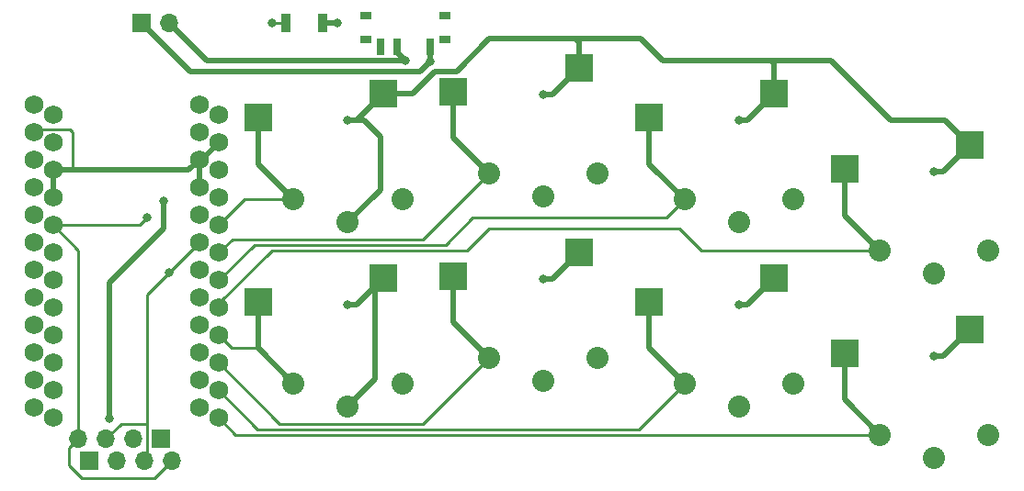
<source format=gbr>
%TF.GenerationSoftware,KiCad,Pcbnew,5.1.8*%
%TF.CreationDate,2021-03-07T13:16:49-06:00*%
%TF.ProjectId,small-paintbrush-hotswap,736d616c-6c2d-4706-9169-6e7462727573,rev?*%
%TF.SameCoordinates,Original*%
%TF.FileFunction,Copper,L1,Top*%
%TF.FilePolarity,Positive*%
%FSLAX46Y46*%
G04 Gerber Fmt 4.6, Leading zero omitted, Abs format (unit mm)*
G04 Created by KiCad (PCBNEW 5.1.8) date 2021-03-07 13:16:49*
%MOMM*%
%LPD*%
G01*
G04 APERTURE LIST*
%TA.AperFunction,SMDPad,CuDef*%
%ADD10R,1.000000X0.800000*%
%TD*%
%TA.AperFunction,SMDPad,CuDef*%
%ADD11R,0.700000X1.500000*%
%TD*%
%TA.AperFunction,ComponentPad*%
%ADD12C,1.752600*%
%TD*%
%TA.AperFunction,SMDPad,CuDef*%
%ADD13R,2.600000X2.600000*%
%TD*%
%TA.AperFunction,ComponentPad*%
%ADD14C,2.032000*%
%TD*%
%TA.AperFunction,ComponentPad*%
%ADD15O,1.700000X1.700000*%
%TD*%
%TA.AperFunction,ComponentPad*%
%ADD16R,1.700000X1.700000*%
%TD*%
%TA.AperFunction,SMDPad,CuDef*%
%ADD17R,0.900000X1.700000*%
%TD*%
%TA.AperFunction,ViaPad*%
%ADD18C,0.800000*%
%TD*%
%TA.AperFunction,Conductor*%
%ADD19C,0.508000*%
%TD*%
%TA.AperFunction,Conductor*%
%ADD20C,0.254000*%
%TD*%
G04 APERTURE END LIST*
D10*
%TO.P,SW2,*%
%TO.N,*%
X114851737Y-22679425D03*
X107551737Y-22679425D03*
X107551737Y-20469425D03*
X114851737Y-20469425D03*
D11*
%TO.P,SW2,3*%
%TO.N,Net-(SW2-Pad3)*%
X108951737Y-23329425D03*
%TO.P,SW2,2*%
%TO.N,Net-(J1-Pad2)*%
X110451737Y-23329425D03*
%TO.P,SW2,1*%
%TO.N,Net-(J1-Pad1)*%
X113451737Y-23329425D03*
%TD*%
D12*
%TO.P,U2,1*%
%TO.N,Net-(U2-Pad1)*%
X92221739Y-28629424D03*
%TO.P,U2,2*%
%TO.N,Net-(U2-Pad2)*%
X92221739Y-31169424D03*
%TO.P,U2,3*%
%TO.N,GND*%
X92221739Y-33709424D03*
%TO.P,U2,4*%
X92221739Y-36249424D03*
%TO.P,U2,5*%
%TO.N,SDA*%
X92221739Y-38789424D03*
%TO.P,U2,6*%
%TO.N,SCL*%
X92221739Y-41329424D03*
%TO.P,U2,7*%
%TO.N,Net-(U2-Pad7)*%
X92221739Y-43869424D03*
%TO.P,U2,8*%
%TO.N,Net-(U2-Pad8)*%
X92221739Y-46409424D03*
%TO.P,U2,9*%
%TO.N,Net-(U2-Pad9)*%
X92221739Y-48949424D03*
%TO.P,U2,10*%
%TO.N,Net-(U2-Pad10)*%
X92221739Y-51489424D03*
%TO.P,U2,11*%
%TO.N,Net-(U2-Pad11)*%
X92221739Y-54029424D03*
%TO.P,U2,13*%
%TO.N,R2C4*%
X76981739Y-56569424D03*
%TO.P,U2,14*%
%TO.N,R2C3*%
X76981739Y-54029424D03*
%TO.P,U2,15*%
%TO.N,R2C2*%
X76981739Y-51489424D03*
%TO.P,U2,16*%
%TO.N,R2C1*%
X76981739Y-48949424D03*
%TO.P,U2,17*%
%TO.N,R1C4*%
X76981739Y-46409424D03*
%TO.P,U2,18*%
%TO.N,R1C3*%
X76981739Y-43869424D03*
%TO.P,U2,19*%
%TO.N,R1C2*%
X76981739Y-41329424D03*
%TO.P,U2,20*%
%TO.N,R1C1*%
X76981739Y-38789424D03*
%TO.P,U2,21*%
%TO.N,VCC*%
X76981739Y-36249424D03*
%TO.P,U2,22*%
%TO.N,RST*%
X76981739Y-33709424D03*
%TO.P,U2,23*%
%TO.N,GND*%
X76981739Y-31169424D03*
%TO.P,U2,12*%
%TO.N,Net-(U2-Pad12)*%
X92221739Y-56569424D03*
%TO.P,U2,24*%
%TO.N,Net-(U2-Pad24)*%
X76981739Y-28629424D03*
%TD*%
D13*
%TO.P,KEY3,1*%
%TO.N,GND*%
X145176739Y-27649426D03*
D14*
%TO.P,KEY3,2*%
%TO.N,R1C3*%
X146901739Y-37399426D03*
%TO.P,KEY3,1*%
%TO.N,GND*%
X141901739Y-39499426D03*
D13*
%TO.P,KEY3,2*%
%TO.N,R1C3*%
X133626739Y-29849426D03*
D14*
X136901739Y-37399426D03*
%TD*%
D13*
%TO.P,KEY8,1*%
%TO.N,GND*%
X163176739Y-49399423D03*
D14*
%TO.P,KEY8,2*%
%TO.N,R2C4*%
X164901739Y-59149423D03*
%TO.P,KEY8,1*%
%TO.N,GND*%
X159901739Y-61249423D03*
D13*
%TO.P,KEY8,2*%
%TO.N,R2C4*%
X151626739Y-51599423D03*
D14*
X154901739Y-59149423D03*
%TD*%
D13*
%TO.P,KEY7,1*%
%TO.N,GND*%
X145176739Y-44649426D03*
D14*
%TO.P,KEY7,2*%
%TO.N,R2C3*%
X146901739Y-54399426D03*
%TO.P,KEY7,1*%
%TO.N,GND*%
X141901739Y-56499426D03*
D13*
%TO.P,KEY7,2*%
%TO.N,R2C3*%
X133626739Y-46849426D03*
D14*
X136901739Y-54399426D03*
%TD*%
%TO.P,KEY6,2*%
%TO.N,R2C2*%
X118901739Y-52019424D03*
D13*
X115626739Y-44469424D03*
D14*
%TO.P,KEY6,1*%
%TO.N,GND*%
X123901739Y-54119424D03*
%TO.P,KEY6,2*%
%TO.N,R2C2*%
X128901739Y-52019424D03*
D13*
%TO.P,KEY6,1*%
%TO.N,GND*%
X127176739Y-42269424D03*
%TD*%
%TO.P,KEY5,1*%
%TO.N,GND*%
X109176736Y-44649424D03*
D14*
%TO.P,KEY5,2*%
%TO.N,R2C1*%
X110901736Y-54399424D03*
%TO.P,KEY5,1*%
%TO.N,GND*%
X105901736Y-56499424D03*
D13*
%TO.P,KEY5,2*%
%TO.N,R2C1*%
X97626736Y-46849424D03*
D14*
X100901736Y-54399424D03*
%TD*%
D13*
%TO.P,KEY4,1*%
%TO.N,GND*%
X163176737Y-32399424D03*
D14*
%TO.P,KEY4,2*%
%TO.N,R1C4*%
X164901737Y-42149424D03*
%TO.P,KEY4,1*%
%TO.N,GND*%
X159901737Y-44249424D03*
D13*
%TO.P,KEY4,2*%
%TO.N,R1C4*%
X151626737Y-34599424D03*
D14*
X154901737Y-42149424D03*
%TD*%
%TO.P,KEY2,2*%
%TO.N,R1C2*%
X118901737Y-35019424D03*
D13*
X115626737Y-27469424D03*
D14*
%TO.P,KEY2,1*%
%TO.N,GND*%
X123901737Y-37119424D03*
%TO.P,KEY2,2*%
%TO.N,R1C2*%
X128901737Y-35019424D03*
D13*
%TO.P,KEY2,1*%
%TO.N,GND*%
X127176737Y-25269424D03*
%TD*%
%TO.P,KEY1,1*%
%TO.N,GND*%
X109176737Y-27649424D03*
D14*
%TO.P,KEY1,2*%
%TO.N,R1C1*%
X110901737Y-37399424D03*
%TO.P,KEY1,1*%
%TO.N,GND*%
X105901737Y-39499424D03*
D13*
%TO.P,KEY1,2*%
%TO.N,R1C1*%
X97626737Y-29849424D03*
D14*
X100901737Y-37399424D03*
%TD*%
D12*
%TO.P,U1,24*%
%TO.N,Net-(U1-Pad24)*%
X94021737Y-29629424D03*
%TO.P,U1,12*%
%TO.N,Net-(U1-Pad12)*%
X78781737Y-57569424D03*
%TO.P,U1,23*%
%TO.N,GND*%
X94021737Y-32169424D03*
%TO.P,U1,22*%
%TO.N,RST*%
X94021737Y-34709424D03*
%TO.P,U1,21*%
%TO.N,VCC*%
X94021737Y-37249424D03*
%TO.P,U1,20*%
%TO.N,R1C1*%
X94021737Y-39789424D03*
%TO.P,U1,19*%
%TO.N,R1C2*%
X94021737Y-42329424D03*
%TO.P,U1,18*%
%TO.N,R1C3*%
X94021737Y-44869424D03*
%TO.P,U1,17*%
%TO.N,R1C4*%
X94021737Y-47409424D03*
%TO.P,U1,16*%
%TO.N,R2C1*%
X94021737Y-49949424D03*
%TO.P,U1,15*%
%TO.N,R2C2*%
X94021737Y-52489424D03*
%TO.P,U1,14*%
%TO.N,R2C3*%
X94021737Y-55029424D03*
%TO.P,U1,13*%
%TO.N,R2C4*%
X94021737Y-57569424D03*
%TO.P,U1,11*%
%TO.N,Net-(U1-Pad11)*%
X78781737Y-55029424D03*
%TO.P,U1,10*%
%TO.N,Net-(U1-Pad10)*%
X78781737Y-52489424D03*
%TO.P,U1,9*%
%TO.N,Net-(U1-Pad9)*%
X78781737Y-49949424D03*
%TO.P,U1,8*%
%TO.N,Net-(U1-Pad8)*%
X78781737Y-47409424D03*
%TO.P,U1,7*%
%TO.N,Net-(U1-Pad7)*%
X78781737Y-44869424D03*
%TO.P,U1,6*%
%TO.N,SCL*%
X78781737Y-42329424D03*
%TO.P,U1,5*%
%TO.N,SDA*%
X78781737Y-39789424D03*
%TO.P,U1,4*%
%TO.N,GND*%
X78781737Y-37249424D03*
%TO.P,U1,3*%
X78781737Y-34709424D03*
%TO.P,U1,2*%
%TO.N,Net-(U1-Pad2)*%
X78781737Y-32169424D03*
%TO.P,U1,1*%
%TO.N,Net-(U1-Pad1)*%
X78781737Y-29629424D03*
%TD*%
D15*
%TO.P,J3,4*%
%TO.N,SDA*%
X89721739Y-61499424D03*
%TO.P,J3,3*%
%TO.N,SCL*%
X87181739Y-61499424D03*
%TO.P,J3,2*%
%TO.N,VCC*%
X84641739Y-61499424D03*
D16*
%TO.P,J3,1*%
%TO.N,GND*%
X82101739Y-61499424D03*
%TD*%
D15*
%TO.P,J2,4*%
%TO.N,SDA*%
X81081737Y-59499424D03*
%TO.P,J2,3*%
%TO.N,SCL*%
X83621737Y-59499424D03*
%TO.P,J2,2*%
%TO.N,VCC*%
X86161737Y-59499424D03*
D16*
%TO.P,J2,1*%
%TO.N,GND*%
X88701737Y-59499424D03*
%TD*%
D17*
%TO.P,PUSH2,2*%
%TO.N,GND*%
X103601737Y-21099425D03*
%TO.P,PUSH2,1*%
%TO.N,RST*%
X100201737Y-21099425D03*
%TD*%
D15*
%TO.P,J1,2*%
%TO.N,Net-(J1-Pad2)*%
X89441736Y-21099424D03*
D16*
%TO.P,J1,1*%
%TO.N,Net-(J1-Pad1)*%
X86901736Y-21099424D03*
%TD*%
D18*
%TO.N,GND*%
X159901739Y-34849425D03*
X141901739Y-30099424D03*
X123901737Y-27719424D03*
X105901739Y-30099426D03*
X105901739Y-47099426D03*
X123901738Y-44719424D03*
X141901739Y-47099424D03*
X159901738Y-51849425D03*
X104901739Y-21099425D03*
%TO.N,VCC*%
X83901738Y-57599424D03*
X88915038Y-37586123D03*
%TO.N,Net-(J1-Pad2)*%
X111201739Y-24599424D03*
%TO.N,Net-(J1-Pad1)*%
X113451737Y-24679443D03*
%TO.N,SDA*%
X87401739Y-39099424D03*
%TO.N,SCL*%
X89426738Y-44124425D03*
%TO.N,RST*%
X98901737Y-21099424D03*
%TD*%
D19*
%TO.N,GND*%
X159901739Y-34849425D02*
X160726739Y-34849424D01*
X160726739Y-34849424D02*
X163176739Y-32399424D01*
X141901739Y-30099424D02*
X142726736Y-30099424D01*
X142726736Y-30099424D02*
X145176737Y-27649424D01*
X123901737Y-27719424D02*
X124726739Y-27719425D01*
X124726739Y-27719425D02*
X127176739Y-25269423D01*
X105901739Y-47099426D02*
X106726739Y-47099424D01*
X106726739Y-47099424D02*
X109176739Y-44649424D01*
X123901738Y-44719424D02*
X124726739Y-44719425D01*
X124726739Y-44719425D02*
X127176737Y-42269424D01*
X141901739Y-47099424D02*
X142726739Y-47099423D01*
X142726739Y-47099423D02*
X145176739Y-44649424D01*
X108401737Y-45424425D02*
X109176739Y-44649424D01*
X108401737Y-53999423D02*
X108401737Y-45424425D01*
X105901738Y-56499424D02*
X108401737Y-53999423D01*
X160726738Y-51849424D02*
X163176738Y-49399424D01*
X159901738Y-51849425D02*
X160726738Y-51849424D01*
X132901737Y-22599424D02*
X134901738Y-24599424D01*
X150401738Y-24599423D02*
X155901737Y-30099424D01*
X160876739Y-30099426D02*
X163176739Y-32399424D01*
X155901737Y-30099424D02*
X160876739Y-30099426D01*
X145176737Y-24874424D02*
X144901739Y-24599424D01*
X145176737Y-27649424D02*
X145176737Y-24874424D01*
X144901739Y-24599424D02*
X150401738Y-24599423D01*
X134901738Y-24599424D02*
X144901739Y-24599424D01*
X127176737Y-22874425D02*
X126901737Y-22599424D01*
X127176739Y-25269423D02*
X127176737Y-22874425D01*
X126901737Y-22599424D02*
X132901737Y-22599424D01*
X107401739Y-30099423D02*
X105901739Y-30099426D01*
X108901739Y-31599424D02*
X107401739Y-30099423D01*
X108901737Y-36499424D02*
X108901739Y-31599424D01*
X105901739Y-39499424D02*
X108901737Y-36499424D01*
X78781738Y-37249425D02*
X78781739Y-34709423D01*
X92221736Y-36249424D02*
X92221739Y-33709424D01*
X92481737Y-33709424D02*
X94021739Y-32169424D01*
X92221739Y-33709424D02*
X92481737Y-33709424D01*
X91221738Y-34709423D02*
X92221739Y-33709424D01*
X80511737Y-34709424D02*
X91221738Y-34709423D01*
X78781739Y-34709423D02*
X80511737Y-34709424D01*
D20*
X80268436Y-30966123D02*
X80511739Y-31209425D01*
X80511739Y-31209425D02*
X80511737Y-34709424D01*
X77185037Y-30966123D02*
X80268436Y-30966123D01*
X76981739Y-31169424D02*
X77185037Y-30966123D01*
D19*
X104901739Y-21099425D02*
X103601738Y-21099424D01*
X105901739Y-30099426D02*
X106726737Y-30099426D01*
X106726735Y-30099426D02*
X105901739Y-30099426D01*
X109176737Y-27649424D02*
X106726735Y-30099426D01*
X118901737Y-22599425D02*
X126901737Y-22599424D01*
X113901736Y-25599424D02*
X115901738Y-25599424D01*
X111851736Y-27649424D02*
X113901736Y-25599424D01*
X115901738Y-25599424D02*
X118901737Y-22599425D01*
X109176737Y-27649424D02*
X111851736Y-27649424D01*
%TO.N,R1C1*%
X97626738Y-34124424D02*
X100901739Y-37399423D01*
X97626737Y-29849425D02*
X97626738Y-34124424D01*
D20*
X96411739Y-37399424D02*
X94021736Y-39789425D01*
X100901739Y-37399423D02*
X96411739Y-37399424D01*
D19*
%TO.N,R1C2*%
X115626737Y-31744424D02*
X118901739Y-35019424D01*
X115626739Y-27469423D02*
X115626737Y-31744424D01*
D20*
X95251738Y-41099424D02*
X94021737Y-42329424D01*
X112821739Y-41099425D02*
X95251738Y-41099424D01*
X118901739Y-35019424D02*
X112821739Y-41099425D01*
D19*
%TO.N,R1C3*%
X133626739Y-34124423D02*
X136901737Y-37399425D01*
X133626737Y-29849424D02*
X133626739Y-34124423D01*
D20*
X97291736Y-41599425D02*
X94021739Y-44869424D01*
X97291736Y-41599425D02*
X114901738Y-41599424D01*
X114901738Y-41599424D02*
X117401737Y-39099424D01*
X135201737Y-39099424D02*
X136901737Y-37399425D01*
X117401737Y-39099424D02*
X135201737Y-39099424D01*
D19*
%TO.N,R1C4*%
X151626739Y-38874425D02*
X154901738Y-42149423D01*
X151626738Y-34599424D02*
X151626739Y-38874425D01*
D20*
X94021738Y-46979424D02*
X94021737Y-47409423D01*
X98901737Y-42099424D02*
X94021738Y-46979424D01*
X98901737Y-42099424D02*
X116901736Y-42099424D01*
X116901736Y-42099424D02*
X118901737Y-40099424D01*
X118901737Y-40099424D02*
X136401739Y-40099425D01*
X138451738Y-42149424D02*
X154901738Y-42149423D01*
X136401739Y-40099425D02*
X138451738Y-42149424D01*
D19*
%TO.N,R2C1*%
X97626739Y-51124425D02*
X100901738Y-54399424D01*
X97626737Y-46849425D02*
X97626739Y-51124425D01*
D20*
X95196737Y-51124424D02*
X94021737Y-49949424D01*
X97626739Y-51124425D02*
X95196737Y-51124424D01*
D19*
%TO.N,R2C2*%
X115626736Y-48744424D02*
X118901738Y-52019424D01*
X115626739Y-44469423D02*
X115626736Y-48744424D01*
D20*
X112821738Y-58099425D02*
X118901738Y-52019424D01*
X99631739Y-58099424D02*
X112821738Y-58099425D01*
X94021737Y-52489425D02*
X99631739Y-58099424D01*
D19*
%TO.N,R2C3*%
X133626737Y-51124424D02*
X136901737Y-54399425D01*
X133626737Y-46849424D02*
X133626737Y-51124424D01*
D20*
X94021738Y-55029423D02*
X97591737Y-58599423D01*
X132701737Y-58599424D02*
X136901737Y-54399425D01*
X97591737Y-58599423D02*
X132701737Y-58599424D01*
D19*
%TO.N,R2C4*%
X151626737Y-55874425D02*
X154901737Y-59149424D01*
X151626739Y-51599424D02*
X151626737Y-55874425D01*
D20*
X154851739Y-59099424D02*
X154901737Y-59149424D01*
X95551737Y-59099423D02*
X154851739Y-59099424D01*
X94021739Y-57569424D02*
X95551737Y-59099423D01*
D19*
%TO.N,VCC*%
X83901738Y-57599424D02*
X83901737Y-45099424D01*
X88915040Y-40086123D02*
X88915038Y-37586123D01*
X83901737Y-45099424D02*
X88915040Y-40086123D01*
%TO.N,Net-(J1-Pad2)*%
X110451739Y-23849424D02*
X111201739Y-24599424D01*
X110451739Y-23329424D02*
X110451739Y-23849424D01*
X92941736Y-24599424D02*
X111201739Y-24599424D01*
X89441736Y-21099424D02*
X92941736Y-24599424D01*
%TO.N,Net-(J1-Pad1)*%
X113451737Y-23329423D02*
X113451737Y-24679443D01*
X112531756Y-25599424D02*
X113451737Y-24679443D01*
X91401736Y-25599424D02*
X112531756Y-25599424D01*
X86901736Y-21099424D02*
X91401736Y-25599424D01*
D20*
%TO.N,SDA*%
X81081736Y-42089426D02*
X78781739Y-39789424D01*
X81081738Y-59499423D02*
X81081736Y-42089426D01*
X80231740Y-61929427D02*
X80231740Y-60349423D01*
X86711739Y-39789424D02*
X87401739Y-39099424D01*
X81401737Y-63099424D02*
X80231740Y-61929427D01*
X78781739Y-39789424D02*
X86711739Y-39789424D01*
X80231740Y-60349423D02*
X81081738Y-59499423D01*
X88121738Y-63099424D02*
X81401737Y-63099424D01*
X89721739Y-61499424D02*
X88121738Y-63099424D01*
%TO.N,SCL*%
X83621736Y-59499426D02*
X85021737Y-58099424D01*
X85021737Y-58099424D02*
X87401739Y-58099424D01*
X87401738Y-61279425D02*
X87181736Y-61499424D01*
X87401739Y-58099424D02*
X87401738Y-61279425D01*
X87401739Y-58099424D02*
X87401737Y-46149424D01*
X89426738Y-44124425D02*
X92221739Y-41329423D01*
X87401737Y-46149424D02*
X89426738Y-44124425D01*
%TO.N,RST*%
X98901737Y-21099424D02*
X100201739Y-21099423D01*
%TD*%
M02*

</source>
